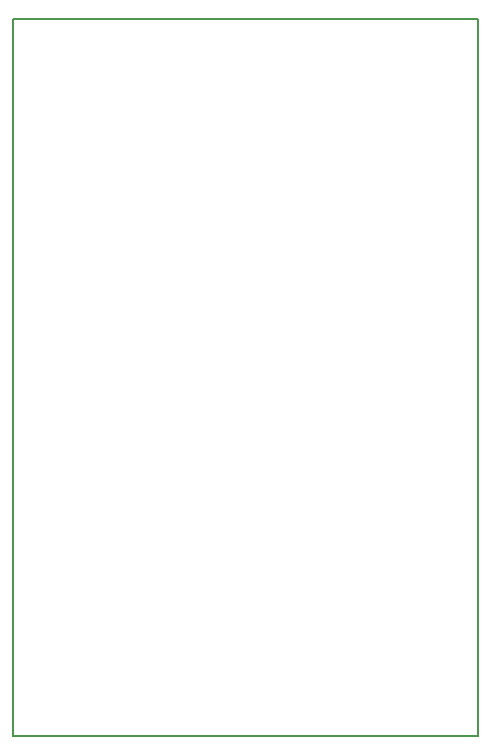
<source format=gbr>
%TF.GenerationSoftware,KiCad,Pcbnew,7.0.7*%
%TF.CreationDate,2023-10-27T22:49:11-04:00*%
%TF.ProjectId,DaisySeedBreakout,44616973-7953-4656-9564-427265616b6f,rev?*%
%TF.SameCoordinates,Original*%
%TF.FileFunction,Profile,NP*%
%FSLAX46Y46*%
G04 Gerber Fmt 4.6, Leading zero omitted, Abs format (unit mm)*
G04 Created by KiCad (PCBNEW 7.0.7) date 2023-10-27 22:49:11*
%MOMM*%
%LPD*%
G01*
G04 APERTURE LIST*
%TA.AperFunction,Profile*%
%ADD10C,0.200000*%
%TD*%
G04 APERTURE END LIST*
D10*
X128854200Y-32004000D02*
X168198800Y-32004000D01*
X168198800Y-92710000D01*
X128854200Y-92710000D01*
X128854200Y-32004000D01*
M02*

</source>
